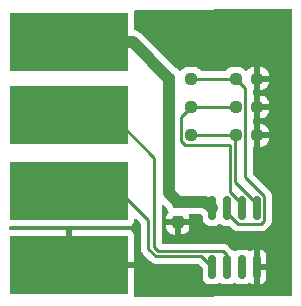
<source format=gbr>
%TF.GenerationSoftware,KiCad,Pcbnew,7.0.9-7.0.9~ubuntu23.04.1*%
%TF.CreationDate,2023-12-02T21:47:43+01:00*%
%TF.ProjectId,cell-temperature-sensor,63656c6c-2d74-4656-9d70-657261747572,rev?*%
%TF.SameCoordinates,Original*%
%TF.FileFunction,Copper,L1,Top*%
%TF.FilePolarity,Positive*%
%FSLAX46Y46*%
G04 Gerber Fmt 4.6, Leading zero omitted, Abs format (unit mm)*
G04 Created by KiCad (PCBNEW 7.0.9-7.0.9~ubuntu23.04.1) date 2023-12-02 21:47:43*
%MOMM*%
%LPD*%
G01*
G04 APERTURE LIST*
G04 Aperture macros list*
%AMRoundRect*
0 Rectangle with rounded corners*
0 $1 Rounding radius*
0 $2 $3 $4 $5 $6 $7 $8 $9 X,Y pos of 4 corners*
0 Add a 4 corners polygon primitive as box body*
4,1,4,$2,$3,$4,$5,$6,$7,$8,$9,$2,$3,0*
0 Add four circle primitives for the rounded corners*
1,1,$1+$1,$2,$3*
1,1,$1+$1,$4,$5*
1,1,$1+$1,$6,$7*
1,1,$1+$1,$8,$9*
0 Add four rect primitives between the rounded corners*
20,1,$1+$1,$2,$3,$4,$5,0*
20,1,$1+$1,$4,$5,$6,$7,0*
20,1,$1+$1,$6,$7,$8,$9,0*
20,1,$1+$1,$8,$9,$2,$3,0*%
G04 Aperture macros list end*
%TA.AperFunction,SMDPad,CuDef*%
%ADD10R,10.000000X5.000000*%
%TD*%
%TA.AperFunction,SMDPad,CuDef*%
%ADD11RoundRect,0.237500X-0.250000X-0.237500X0.250000X-0.237500X0.250000X0.237500X-0.250000X0.237500X0*%
%TD*%
%TA.AperFunction,SMDPad,CuDef*%
%ADD12RoundRect,0.237500X-0.237500X0.300000X-0.237500X-0.300000X0.237500X-0.300000X0.237500X0.300000X0*%
%TD*%
%TA.AperFunction,SMDPad,CuDef*%
%ADD13RoundRect,0.150000X0.150000X-0.825000X0.150000X0.825000X-0.150000X0.825000X-0.150000X-0.825000X0*%
%TD*%
%TA.AperFunction,Conductor*%
%ADD14C,1.000000*%
%TD*%
%TA.AperFunction,Conductor*%
%ADD15C,0.250000*%
%TD*%
G04 APERTURE END LIST*
D10*
%TO.P,J1,1,Pin_1*%
%TO.N,/3V3*%
X30600000Y-28100000D03*
%TD*%
D11*
%TO.P,R5,1*%
%TO.N,/3V3*%
X39087500Y-36000000D03*
%TO.P,R5,2*%
%TO.N,Net-(U1-A2)*%
X40912500Y-36000000D03*
%TD*%
D10*
%TO.P,J3,1,Pin_1*%
%TO.N,/SDA*%
X30600000Y-40700000D03*
%TD*%
%TO.P,J4,1,Pin_1*%
%TO.N,GND*%
X30600000Y-47000000D03*
%TD*%
D11*
%TO.P,R1,1*%
%TO.N,/3V3*%
X39087500Y-31200000D03*
%TO.P,R1,2*%
%TO.N,Net-(U1-A0)*%
X40912500Y-31200000D03*
%TD*%
%TO.P,R2,1*%
%TO.N,Net-(U1-A0)*%
X44687500Y-31200000D03*
%TO.P,R2,2*%
%TO.N,GND*%
X46512500Y-31200000D03*
%TD*%
%TO.P,R6,1*%
%TO.N,Net-(U1-A2)*%
X44687500Y-36000000D03*
%TO.P,R6,2*%
%TO.N,GND*%
X46512500Y-36000000D03*
%TD*%
%TO.P,R4,1*%
%TO.N,Net-(U1-A1)*%
X44687500Y-33600000D03*
%TO.P,R4,2*%
%TO.N,GND*%
X46512500Y-33600000D03*
%TD*%
D12*
%TO.P,C1,1*%
%TO.N,/3V3*%
X39800000Y-41637500D03*
%TO.P,C1,2*%
%TO.N,GND*%
X39800000Y-43362500D03*
%TD*%
D10*
%TO.P,J2,1,Pin_1*%
%TO.N,/SCL*%
X30600000Y-34300000D03*
%TD*%
D11*
%TO.P,R3,1*%
%TO.N,/3V3*%
X39087500Y-33600000D03*
%TO.P,R3,2*%
%TO.N,Net-(U1-A1)*%
X40912500Y-33600000D03*
%TD*%
D13*
%TO.P,U1,1,SDA*%
%TO.N,/SDA*%
X42695000Y-47145000D03*
%TO.P,U1,2,SCL*%
%TO.N,/SCL*%
X43965000Y-47145000D03*
%TO.P,U1,3,ALERT*%
%TO.N,unconnected-(U1-ALERT-Pad3)*%
X45235000Y-47145000D03*
%TO.P,U1,4,GND*%
%TO.N,GND*%
X46505000Y-47145000D03*
%TO.P,U1,5,A2*%
%TO.N,Net-(U1-A2)*%
X46505000Y-42195000D03*
%TO.P,U1,6,A1*%
%TO.N,Net-(U1-A1)*%
X45235000Y-42195000D03*
%TO.P,U1,7,A0*%
%TO.N,Net-(U1-A0)*%
X43965000Y-42195000D03*
%TO.P,U1,8,V_{CC}*%
%TO.N,/3V3*%
X42695000Y-42195000D03*
%TD*%
D14*
%TO.N,/3V3*%
X39800000Y-41637500D02*
X42137500Y-41637500D01*
X39087500Y-40925000D02*
X39800000Y-41637500D01*
X39087500Y-31200000D02*
X35987500Y-28100000D01*
X42137500Y-41637500D02*
X42695000Y-42195000D01*
X39087500Y-33600000D02*
X39087500Y-36000000D01*
X39087500Y-31200000D02*
X39087500Y-33600000D01*
X39087500Y-36000000D02*
X39087500Y-40925000D01*
X35987500Y-28100000D02*
X30600000Y-28100000D01*
D15*
%TO.N,/SCL*%
X43965000Y-47145000D02*
X43965000Y-46170001D01*
X43965000Y-46170001D02*
X43594999Y-45800000D01*
X38136396Y-45800000D02*
X37800000Y-45463604D01*
X43594999Y-45800000D02*
X38136396Y-45800000D01*
X37800000Y-37900000D02*
X34200000Y-34300000D01*
X37800000Y-45463604D02*
X37800000Y-37900000D01*
X34200000Y-34300000D02*
X30600000Y-34300000D01*
%TO.N,/SDA*%
X37300000Y-45600000D02*
X37300000Y-43200000D01*
X34800000Y-40700000D02*
X30600000Y-40700000D01*
X37300000Y-43200000D02*
X34800000Y-40700000D01*
X42695000Y-47145000D02*
X41800000Y-46250000D01*
X37950000Y-46250000D02*
X37300000Y-45600000D01*
X41800000Y-46250000D02*
X37950000Y-46250000D01*
%TO.N,Net-(U1-A2)*%
X46505000Y-41814092D02*
X46505000Y-42195000D01*
X44687500Y-36000000D02*
X44650000Y-36037500D01*
X40912500Y-36000000D02*
X44687500Y-36000000D01*
X44650000Y-36037500D02*
X44650000Y-39959092D01*
X44650000Y-39959092D02*
X46505000Y-41814092D01*
%TO.N,Net-(U1-A1)*%
X40422924Y-36800000D02*
X44200000Y-36800000D01*
X40912500Y-33600000D02*
X40100000Y-34412500D01*
X40100000Y-36477076D02*
X40422924Y-36800000D01*
X40912500Y-33600000D02*
X44687500Y-33600000D01*
X45235000Y-41814092D02*
X45235000Y-42195000D01*
X40100000Y-34412500D02*
X40100000Y-36477076D01*
X44200000Y-36800000D02*
X44200000Y-40779092D01*
X44200000Y-40779092D02*
X45235000Y-41814092D01*
%TO.N,Net-(U1-A0)*%
X40912500Y-31200000D02*
X44687500Y-31200000D01*
X43965000Y-42575908D02*
X43965000Y-42195000D01*
X44884092Y-43495000D02*
X43965000Y-42575908D01*
X46855908Y-43495000D02*
X44884092Y-43495000D01*
X44687500Y-31200000D02*
X45500000Y-32012500D01*
X45500000Y-39539092D02*
X47130000Y-41169092D01*
X45500000Y-32012500D02*
X45500000Y-39539092D01*
X47130000Y-43220908D02*
X46855908Y-43495000D01*
X47130000Y-41169092D02*
X47130000Y-43220908D01*
%TD*%
%TA.AperFunction,Conductor*%
%TO.N,GND*%
G36*
X49442171Y-25320165D02*
G01*
X49488363Y-25372587D01*
X49500000Y-25425033D01*
X49500000Y-49477028D01*
X49480315Y-49544067D01*
X49427511Y-49589822D01*
X49377033Y-49601024D01*
X36221573Y-49710653D01*
X36154372Y-49691527D01*
X36108179Y-49639107D01*
X36097251Y-49573400D01*
X36099999Y-49547841D01*
X36100000Y-49547827D01*
X36100000Y-47250000D01*
X30474000Y-47250000D01*
X30406961Y-47230315D01*
X30361206Y-47177511D01*
X30350000Y-47126000D01*
X30350000Y-44000000D01*
X30850000Y-44000000D01*
X30850000Y-46750000D01*
X36100000Y-46750000D01*
X36100000Y-44452172D01*
X36099999Y-44452155D01*
X36093598Y-44392627D01*
X36093596Y-44392620D01*
X36043354Y-44257913D01*
X36043350Y-44257906D01*
X35957190Y-44142812D01*
X35957187Y-44142809D01*
X35842093Y-44056649D01*
X35842086Y-44056645D01*
X35707379Y-44006403D01*
X35707372Y-44006401D01*
X35647844Y-44000000D01*
X30850000Y-44000000D01*
X30350000Y-44000000D01*
X25599622Y-44000000D01*
X25532583Y-43980315D01*
X25486828Y-43927511D01*
X25475623Y-43876510D01*
X25475411Y-43825007D01*
X25494819Y-43757890D01*
X25547435Y-43711918D01*
X25599405Y-43700499D01*
X35647872Y-43700499D01*
X35707483Y-43694091D01*
X35842331Y-43643796D01*
X35957546Y-43557546D01*
X36043796Y-43442331D01*
X36094091Y-43307483D01*
X36100500Y-43247873D01*
X36100499Y-43184451D01*
X36120183Y-43117414D01*
X36172986Y-43071658D01*
X36242144Y-43061714D01*
X36305700Y-43090738D01*
X36312180Y-43096771D01*
X36638181Y-43422771D01*
X36671666Y-43484094D01*
X36674500Y-43510452D01*
X36674500Y-45517255D01*
X36672775Y-45532872D01*
X36673061Y-45532899D01*
X36672326Y-45540665D01*
X36674500Y-45609814D01*
X36674500Y-45639343D01*
X36674501Y-45639360D01*
X36675368Y-45646231D01*
X36675826Y-45652050D01*
X36677290Y-45698624D01*
X36677291Y-45698627D01*
X36682880Y-45717867D01*
X36686824Y-45736911D01*
X36687568Y-45742795D01*
X36689336Y-45756791D01*
X36706490Y-45800119D01*
X36708382Y-45805647D01*
X36721381Y-45850388D01*
X36731580Y-45867634D01*
X36740138Y-45885103D01*
X36747514Y-45903732D01*
X36774898Y-45941423D01*
X36778106Y-45946307D01*
X36801827Y-45986416D01*
X36801833Y-45986424D01*
X36815990Y-46000580D01*
X36828627Y-46015375D01*
X36840406Y-46031587D01*
X36874517Y-46059806D01*
X36876309Y-46061288D01*
X36880620Y-46065210D01*
X37032841Y-46217431D01*
X37449197Y-46633788D01*
X37459022Y-46646051D01*
X37459243Y-46645869D01*
X37464214Y-46651878D01*
X37490217Y-46676295D01*
X37514635Y-46699226D01*
X37535529Y-46720120D01*
X37541011Y-46724373D01*
X37545443Y-46728157D01*
X37579418Y-46760062D01*
X37596976Y-46769714D01*
X37613233Y-46780393D01*
X37629064Y-46792673D01*
X37648737Y-46801186D01*
X37671833Y-46811182D01*
X37677077Y-46813750D01*
X37717908Y-46836197D01*
X37730523Y-46839435D01*
X37737305Y-46841177D01*
X37755719Y-46847481D01*
X37774104Y-46855438D01*
X37820157Y-46862732D01*
X37825826Y-46863906D01*
X37870981Y-46875500D01*
X37891016Y-46875500D01*
X37910413Y-46877026D01*
X37930196Y-46880160D01*
X37976584Y-46875775D01*
X37982422Y-46875500D01*
X41489548Y-46875500D01*
X41556587Y-46895185D01*
X41577229Y-46911819D01*
X41858181Y-47192771D01*
X41891666Y-47254094D01*
X41894500Y-47280452D01*
X41894500Y-48035696D01*
X41897401Y-48072567D01*
X41897402Y-48072573D01*
X41943254Y-48230393D01*
X41943255Y-48230396D01*
X42026917Y-48371862D01*
X42026923Y-48371870D01*
X42143129Y-48488076D01*
X42143133Y-48488079D01*
X42143135Y-48488081D01*
X42284602Y-48571744D01*
X42326224Y-48583836D01*
X42442426Y-48617597D01*
X42442429Y-48617597D01*
X42442431Y-48617598D01*
X42454722Y-48618565D01*
X42479304Y-48620500D01*
X42479306Y-48620500D01*
X42910696Y-48620500D01*
X42929131Y-48619049D01*
X42947569Y-48617598D01*
X42947571Y-48617597D01*
X42947573Y-48617597D01*
X42989191Y-48605505D01*
X43105398Y-48571744D01*
X43246865Y-48488081D01*
X43246870Y-48488075D01*
X43253031Y-48483298D01*
X43254933Y-48485750D01*
X43303579Y-48459155D01*
X43373274Y-48464104D01*
X43405695Y-48484940D01*
X43406969Y-48483298D01*
X43413132Y-48488078D01*
X43413135Y-48488081D01*
X43554602Y-48571744D01*
X43596224Y-48583836D01*
X43712426Y-48617597D01*
X43712429Y-48617597D01*
X43712431Y-48617598D01*
X43724722Y-48618565D01*
X43749304Y-48620500D01*
X43749306Y-48620500D01*
X44180696Y-48620500D01*
X44199131Y-48619049D01*
X44217569Y-48617598D01*
X44217571Y-48617597D01*
X44217573Y-48617597D01*
X44259191Y-48605505D01*
X44375398Y-48571744D01*
X44516865Y-48488081D01*
X44516870Y-48488075D01*
X44523031Y-48483298D01*
X44524933Y-48485750D01*
X44573579Y-48459155D01*
X44643274Y-48464104D01*
X44675695Y-48484940D01*
X44676969Y-48483298D01*
X44683132Y-48488078D01*
X44683135Y-48488081D01*
X44824602Y-48571744D01*
X44866224Y-48583836D01*
X44982426Y-48617597D01*
X44982429Y-48617597D01*
X44982431Y-48617598D01*
X44994722Y-48618565D01*
X45019304Y-48620500D01*
X45019306Y-48620500D01*
X45450696Y-48620500D01*
X45469131Y-48619049D01*
X45487569Y-48617598D01*
X45487571Y-48617597D01*
X45487573Y-48617597D01*
X45529191Y-48605505D01*
X45645398Y-48571744D01*
X45786865Y-48488081D01*
X45786870Y-48488076D01*
X45793026Y-48483301D01*
X45794839Y-48485638D01*
X45843949Y-48458798D01*
X45913643Y-48463756D01*
X45945996Y-48484551D01*
X45947278Y-48482900D01*
X45953447Y-48487685D01*
X46094801Y-48571281D01*
X46252514Y-48617100D01*
X46252511Y-48617100D01*
X46254998Y-48617295D01*
X46255000Y-48617295D01*
X46255000Y-47395000D01*
X46755000Y-47395000D01*
X46755000Y-48617295D01*
X46755001Y-48617295D01*
X46757486Y-48617100D01*
X46915198Y-48571281D01*
X47056552Y-48487685D01*
X47056561Y-48487678D01*
X47172678Y-48371561D01*
X47172685Y-48371552D01*
X47256282Y-48230196D01*
X47256283Y-48230193D01*
X47302099Y-48072495D01*
X47302100Y-48072489D01*
X47305000Y-48035644D01*
X47305000Y-47395000D01*
X46755000Y-47395000D01*
X46255000Y-47395000D01*
X46255000Y-45672703D01*
X46755000Y-45672703D01*
X46755000Y-46895000D01*
X47305000Y-46895000D01*
X47305000Y-46254356D01*
X47302100Y-46217510D01*
X47302099Y-46217504D01*
X47256283Y-46059806D01*
X47256282Y-46059803D01*
X47172685Y-45918447D01*
X47172678Y-45918438D01*
X47056561Y-45802321D01*
X47056552Y-45802314D01*
X46915196Y-45718717D01*
X46915193Y-45718716D01*
X46757494Y-45672900D01*
X46757497Y-45672900D01*
X46755000Y-45672703D01*
X46255000Y-45672703D01*
X46252503Y-45672900D01*
X46094806Y-45718716D01*
X46094803Y-45718717D01*
X45953449Y-45802313D01*
X45947283Y-45807097D01*
X45945389Y-45804655D01*
X45896580Y-45831239D01*
X45826894Y-45826179D01*
X45794227Y-45805159D01*
X45793031Y-45806702D01*
X45786862Y-45801917D01*
X45660577Y-45727233D01*
X45645398Y-45718256D01*
X45645397Y-45718255D01*
X45645396Y-45718255D01*
X45645393Y-45718254D01*
X45487573Y-45672402D01*
X45487567Y-45672401D01*
X45450696Y-45669500D01*
X45450694Y-45669500D01*
X45019306Y-45669500D01*
X45019304Y-45669500D01*
X44982432Y-45672401D01*
X44982426Y-45672402D01*
X44824606Y-45718254D01*
X44824603Y-45718255D01*
X44683137Y-45801917D01*
X44676969Y-45806702D01*
X44675072Y-45804256D01*
X44626358Y-45830857D01*
X44556666Y-45825873D01*
X44524297Y-45805070D01*
X44523032Y-45806702D01*
X44516870Y-45801922D01*
X44513821Y-45800119D01*
X44458075Y-45767150D01*
X44431321Y-45742795D01*
X44429933Y-45744100D01*
X44424592Y-45738412D01*
X44388694Y-45708715D01*
X44384371Y-45704781D01*
X44095802Y-45416212D01*
X44085979Y-45403950D01*
X44085758Y-45404134D01*
X44080785Y-45398123D01*
X44030363Y-45350773D01*
X44019918Y-45340328D01*
X44009474Y-45329883D01*
X44003985Y-45325625D01*
X43999560Y-45321847D01*
X43965581Y-45289938D01*
X43965579Y-45289936D01*
X43965576Y-45289935D01*
X43948028Y-45280288D01*
X43931762Y-45269604D01*
X43915932Y-45257325D01*
X43873167Y-45238818D01*
X43867921Y-45236248D01*
X43827092Y-45213803D01*
X43827091Y-45213802D01*
X43807692Y-45208822D01*
X43789280Y-45202518D01*
X43770897Y-45194562D01*
X43770891Y-45194560D01*
X43724873Y-45187272D01*
X43719151Y-45186087D01*
X43674020Y-45174500D01*
X43674018Y-45174500D01*
X43653983Y-45174500D01*
X43634585Y-45172973D01*
X43627161Y-45171797D01*
X43614804Y-45169840D01*
X43614803Y-45169840D01*
X43568415Y-45174225D01*
X43562577Y-45174500D01*
X38549500Y-45174500D01*
X38482461Y-45154815D01*
X38436706Y-45102011D01*
X38425500Y-45050500D01*
X38425500Y-43612500D01*
X38825001Y-43612500D01*
X38825001Y-43711654D01*
X38835319Y-43812652D01*
X38889546Y-43976300D01*
X38889551Y-43976311D01*
X38980052Y-44123034D01*
X38980055Y-44123038D01*
X39101961Y-44244944D01*
X39101965Y-44244947D01*
X39248688Y-44335448D01*
X39248699Y-44335453D01*
X39412347Y-44389680D01*
X39513352Y-44399999D01*
X39550000Y-44399999D01*
X39550000Y-43612500D01*
X40050000Y-43612500D01*
X40050000Y-44399999D01*
X40086640Y-44399999D01*
X40086654Y-44399998D01*
X40187652Y-44389680D01*
X40351300Y-44335453D01*
X40351311Y-44335448D01*
X40498034Y-44244947D01*
X40498038Y-44244944D01*
X40619944Y-44123038D01*
X40619947Y-44123034D01*
X40710448Y-43976311D01*
X40710453Y-43976300D01*
X40764680Y-43812652D01*
X40774999Y-43711654D01*
X40775000Y-43711641D01*
X40775000Y-43612500D01*
X40050000Y-43612500D01*
X39550000Y-43612500D01*
X38825001Y-43612500D01*
X38425500Y-43612500D01*
X38425500Y-41977282D01*
X38445185Y-41910243D01*
X38497989Y-41864488D01*
X38567147Y-41854544D01*
X38630703Y-41883569D01*
X38637181Y-41889601D01*
X38813793Y-42066213D01*
X38843818Y-42114889D01*
X38868677Y-42189909D01*
X38889092Y-42251515D01*
X38889093Y-42251518D01*
X38979661Y-42398351D01*
X38993982Y-42412672D01*
X39027467Y-42473995D01*
X39022483Y-42543687D01*
X38993985Y-42588032D01*
X38980052Y-42601965D01*
X38889551Y-42748688D01*
X38889546Y-42748699D01*
X38835319Y-42912347D01*
X38825000Y-43013345D01*
X38825000Y-43112500D01*
X40774999Y-43112500D01*
X40774999Y-43013360D01*
X40774998Y-43013345D01*
X40764680Y-42912347D01*
X40727785Y-42801004D01*
X40725383Y-42731176D01*
X40761115Y-42671134D01*
X40823635Y-42639941D01*
X40845491Y-42638000D01*
X41671718Y-42638000D01*
X41738757Y-42657685D01*
X41759399Y-42674319D01*
X41858181Y-42773101D01*
X41891666Y-42834424D01*
X41894500Y-42860782D01*
X41894500Y-43085696D01*
X41897401Y-43122567D01*
X41897402Y-43122573D01*
X41943254Y-43280393D01*
X41943255Y-43280396D01*
X42026917Y-43421862D01*
X42026923Y-43421870D01*
X42143129Y-43538076D01*
X42143133Y-43538079D01*
X42143135Y-43538081D01*
X42284602Y-43621744D01*
X42297389Y-43625459D01*
X42442426Y-43667597D01*
X42442429Y-43667597D01*
X42442431Y-43667598D01*
X42454722Y-43668565D01*
X42479304Y-43670500D01*
X42479306Y-43670500D01*
X42910696Y-43670500D01*
X42929131Y-43669049D01*
X42947569Y-43667598D01*
X42947571Y-43667597D01*
X42947573Y-43667597D01*
X42989191Y-43655505D01*
X43105398Y-43621744D01*
X43246865Y-43538081D01*
X43246870Y-43538075D01*
X43253031Y-43533298D01*
X43254933Y-43535750D01*
X43303579Y-43509155D01*
X43373274Y-43514104D01*
X43405695Y-43534940D01*
X43406969Y-43533298D01*
X43413132Y-43538078D01*
X43413135Y-43538081D01*
X43554602Y-43621744D01*
X43567389Y-43625459D01*
X43712426Y-43667597D01*
X43712429Y-43667597D01*
X43712431Y-43667598D01*
X43724722Y-43668565D01*
X43749304Y-43670500D01*
X43749306Y-43670500D01*
X44123639Y-43670500D01*
X44190678Y-43690185D01*
X44211320Y-43706819D01*
X44383289Y-43878788D01*
X44393114Y-43891051D01*
X44393335Y-43890869D01*
X44398306Y-43896878D01*
X44419135Y-43916437D01*
X44448727Y-43944226D01*
X44469621Y-43965120D01*
X44475103Y-43969373D01*
X44479535Y-43973157D01*
X44513510Y-44005062D01*
X44531068Y-44014714D01*
X44547327Y-44025395D01*
X44563156Y-44037673D01*
X44605930Y-44056182D01*
X44611148Y-44058738D01*
X44652000Y-44081197D01*
X44671408Y-44086180D01*
X44689809Y-44092480D01*
X44708196Y-44100437D01*
X44751580Y-44107308D01*
X44754211Y-44107725D01*
X44759931Y-44108909D01*
X44805073Y-44120500D01*
X44825108Y-44120500D01*
X44844506Y-44122026D01*
X44864286Y-44125159D01*
X44864287Y-44125160D01*
X44864287Y-44125159D01*
X44864288Y-44125160D01*
X44910676Y-44120775D01*
X44916514Y-44120500D01*
X46773165Y-44120500D01*
X46788785Y-44122224D01*
X46788812Y-44121939D01*
X46796568Y-44122671D01*
X46796575Y-44122673D01*
X46865722Y-44120500D01*
X46895258Y-44120500D01*
X46902136Y-44119630D01*
X46907949Y-44119172D01*
X46954535Y-44117709D01*
X46973777Y-44112117D01*
X46992820Y-44108174D01*
X47012700Y-44105664D01*
X47056030Y-44088507D01*
X47061554Y-44086617D01*
X47065304Y-44085527D01*
X47106298Y-44073618D01*
X47123537Y-44063422D01*
X47141011Y-44054862D01*
X47159635Y-44047488D01*
X47159635Y-44047487D01*
X47159640Y-44047486D01*
X47197357Y-44020082D01*
X47202213Y-44016892D01*
X47242328Y-43993170D01*
X47256497Y-43978999D01*
X47271287Y-43966368D01*
X47287495Y-43954594D01*
X47317207Y-43918676D01*
X47321120Y-43914376D01*
X47513786Y-43721710D01*
X47526048Y-43711888D01*
X47525865Y-43711667D01*
X47531867Y-43706700D01*
X47531877Y-43706694D01*
X47579241Y-43656256D01*
X47600120Y-43635378D01*
X47604373Y-43629894D01*
X47608150Y-43625471D01*
X47640062Y-43591490D01*
X47649714Y-43573931D01*
X47660389Y-43557680D01*
X47672674Y-43541844D01*
X47691186Y-43499060D01*
X47693742Y-43493843D01*
X47716197Y-43453000D01*
X47721180Y-43433588D01*
X47727477Y-43415199D01*
X47735438Y-43396803D01*
X47742729Y-43350761D01*
X47743908Y-43345070D01*
X47755500Y-43299927D01*
X47755500Y-43279891D01*
X47757027Y-43260490D01*
X47760160Y-43240712D01*
X47755775Y-43194323D01*
X47755500Y-43188485D01*
X47755500Y-41251830D01*
X47757224Y-41236216D01*
X47756938Y-41236189D01*
X47757672Y-41228426D01*
X47755500Y-41159295D01*
X47755500Y-41129743D01*
X47755500Y-41129742D01*
X47754629Y-41122851D01*
X47754172Y-41117037D01*
X47752709Y-41070464D01*
X47747122Y-41051236D01*
X47743174Y-41032176D01*
X47740663Y-41012296D01*
X47723512Y-40968979D01*
X47721619Y-40963450D01*
X47708618Y-40918701D01*
X47708616Y-40918698D01*
X47698423Y-40901463D01*
X47689861Y-40883986D01*
X47682487Y-40865362D01*
X47682486Y-40865360D01*
X47655079Y-40827637D01*
X47651888Y-40822778D01*
X47628172Y-40782675D01*
X47628165Y-40782666D01*
X47614006Y-40768507D01*
X47601368Y-40753711D01*
X47600705Y-40752798D01*
X47589594Y-40737505D01*
X47571337Y-40722402D01*
X47553688Y-40707801D01*
X47549376Y-40703878D01*
X46161819Y-39316320D01*
X46128334Y-39254997D01*
X46125500Y-39228639D01*
X46125500Y-37098999D01*
X46145185Y-37031960D01*
X46197989Y-36986205D01*
X46249498Y-36974999D01*
X46262499Y-36974998D01*
X46262500Y-36974998D01*
X46262500Y-36250000D01*
X46762500Y-36250000D01*
X46762500Y-36974999D01*
X46811640Y-36974999D01*
X46811654Y-36974998D01*
X46912652Y-36964680D01*
X47076300Y-36910453D01*
X47076311Y-36910448D01*
X47223034Y-36819947D01*
X47223038Y-36819944D01*
X47344944Y-36698038D01*
X47344947Y-36698034D01*
X47435448Y-36551311D01*
X47435453Y-36551300D01*
X47489680Y-36387652D01*
X47499999Y-36286654D01*
X47500000Y-36286641D01*
X47500000Y-36250000D01*
X46762500Y-36250000D01*
X46262500Y-36250000D01*
X46262500Y-35025000D01*
X46762500Y-35025000D01*
X46762500Y-35750000D01*
X47499999Y-35750000D01*
X47499999Y-35713360D01*
X47499998Y-35713345D01*
X47489680Y-35612347D01*
X47435453Y-35448699D01*
X47435448Y-35448688D01*
X47344947Y-35301965D01*
X47344944Y-35301961D01*
X47223038Y-35180055D01*
X47223034Y-35180052D01*
X47076311Y-35089551D01*
X47076300Y-35089546D01*
X46912652Y-35035319D01*
X46811654Y-35025000D01*
X46762500Y-35025000D01*
X46262500Y-35025000D01*
X46262499Y-35024999D01*
X46249502Y-35025000D01*
X46182462Y-35005316D01*
X46136706Y-34952513D01*
X46125500Y-34901000D01*
X46125500Y-34698999D01*
X46145185Y-34631960D01*
X46197989Y-34586205D01*
X46249498Y-34574999D01*
X46262499Y-34574998D01*
X46262500Y-34574998D01*
X46262500Y-33850000D01*
X46762500Y-33850000D01*
X46762500Y-34574999D01*
X46811640Y-34574999D01*
X46811654Y-34574998D01*
X46912652Y-34564680D01*
X47076300Y-34510453D01*
X47076311Y-34510448D01*
X47223034Y-34419947D01*
X47223038Y-34419944D01*
X47344944Y-34298038D01*
X47344947Y-34298034D01*
X47435448Y-34151311D01*
X47435453Y-34151300D01*
X47489680Y-33987652D01*
X47499999Y-33886654D01*
X47500000Y-33886641D01*
X47500000Y-33850000D01*
X46762500Y-33850000D01*
X46262500Y-33850000D01*
X46262500Y-32625000D01*
X46762500Y-32625000D01*
X46762500Y-33350000D01*
X47499999Y-33350000D01*
X47499999Y-33313360D01*
X47499998Y-33313345D01*
X47489680Y-33212347D01*
X47435453Y-33048699D01*
X47435448Y-33048688D01*
X47344947Y-32901965D01*
X47344944Y-32901961D01*
X47223038Y-32780055D01*
X47223034Y-32780052D01*
X47076311Y-32689551D01*
X47076300Y-32689546D01*
X46912652Y-32635319D01*
X46811654Y-32625000D01*
X46762500Y-32625000D01*
X46262500Y-32625000D01*
X46262499Y-32624999D01*
X46249502Y-32625000D01*
X46182462Y-32605316D01*
X46136706Y-32552513D01*
X46125500Y-32501000D01*
X46125500Y-32298999D01*
X46145185Y-32231960D01*
X46197989Y-32186205D01*
X46249498Y-32174999D01*
X46262499Y-32174998D01*
X46262500Y-32174998D01*
X46262500Y-31450000D01*
X46762500Y-31450000D01*
X46762500Y-32174999D01*
X46811640Y-32174999D01*
X46811654Y-32174998D01*
X46912652Y-32164680D01*
X47076300Y-32110453D01*
X47076311Y-32110448D01*
X47223034Y-32019947D01*
X47223038Y-32019944D01*
X47344944Y-31898038D01*
X47344947Y-31898034D01*
X47435448Y-31751311D01*
X47435453Y-31751300D01*
X47489680Y-31587652D01*
X47499999Y-31486654D01*
X47500000Y-31486641D01*
X47500000Y-31450000D01*
X46762500Y-31450000D01*
X46262500Y-31450000D01*
X46262500Y-30225000D01*
X46762500Y-30225000D01*
X46762500Y-30950000D01*
X47499999Y-30950000D01*
X47499999Y-30913360D01*
X47499998Y-30913345D01*
X47489680Y-30812347D01*
X47435453Y-30648699D01*
X47435448Y-30648688D01*
X47344947Y-30501965D01*
X47344944Y-30501961D01*
X47223038Y-30380055D01*
X47223034Y-30380052D01*
X47076311Y-30289551D01*
X47076300Y-30289546D01*
X46912652Y-30235319D01*
X46811654Y-30225000D01*
X46762500Y-30225000D01*
X46262500Y-30225000D01*
X46262499Y-30224999D01*
X46213361Y-30225000D01*
X46213343Y-30225001D01*
X46112347Y-30235319D01*
X45948699Y-30289546D01*
X45948688Y-30289551D01*
X45801965Y-30380052D01*
X45688034Y-30493983D01*
X45626711Y-30527467D01*
X45557019Y-30522483D01*
X45512672Y-30493982D01*
X45398351Y-30379661D01*
X45398350Y-30379660D01*
X45307129Y-30323395D01*
X45251518Y-30289093D01*
X45251513Y-30289091D01*
X45250069Y-30288612D01*
X45087753Y-30234826D01*
X45087751Y-30234825D01*
X44986678Y-30224500D01*
X44388330Y-30224500D01*
X44388312Y-30224501D01*
X44287247Y-30234825D01*
X44123484Y-30289092D01*
X44123481Y-30289093D01*
X43976648Y-30379661D01*
X43854660Y-30501649D01*
X43854659Y-30501651D01*
X43846058Y-30515596D01*
X43794110Y-30562321D01*
X43740519Y-30574500D01*
X41859481Y-30574500D01*
X41792442Y-30554815D01*
X41753942Y-30515596D01*
X41745534Y-30501965D01*
X41745340Y-30501650D01*
X41623350Y-30379660D01*
X41532129Y-30323395D01*
X41476518Y-30289093D01*
X41476513Y-30289091D01*
X41475069Y-30288612D01*
X41312753Y-30234826D01*
X41312751Y-30234825D01*
X41211678Y-30224500D01*
X40613330Y-30224500D01*
X40613312Y-30224501D01*
X40512247Y-30234825D01*
X40348484Y-30289092D01*
X40348481Y-30289093D01*
X40201648Y-30379661D01*
X40087681Y-30493629D01*
X40026358Y-30527114D01*
X39956666Y-30522130D01*
X39912319Y-30493629D01*
X39798351Y-30379661D01*
X39798350Y-30379660D01*
X39651516Y-30289092D01*
X39651514Y-30289091D01*
X39651512Y-30289090D01*
X39651513Y-30289090D01*
X39589668Y-30268596D01*
X39540993Y-30238572D01*
X36703952Y-27401532D01*
X36642561Y-27336949D01*
X36642560Y-27336948D01*
X36642559Y-27336947D01*
X36614704Y-27317559D01*
X36592209Y-27301902D01*
X36588446Y-27299064D01*
X36540913Y-27260305D01*
X36540906Y-27260300D01*
X36510459Y-27244397D01*
X36503751Y-27240334D01*
X36475549Y-27220705D01*
X36475546Y-27220703D01*
X36475545Y-27220703D01*
X36475541Y-27220701D01*
X36419180Y-27196514D01*
X36414924Y-27194493D01*
X36360557Y-27166094D01*
X36360550Y-27166091D01*
X36360549Y-27166091D01*
X36354508Y-27164362D01*
X36327530Y-27156642D01*
X36320130Y-27154008D01*
X36288557Y-27140459D01*
X36288558Y-27140459D01*
X36228466Y-27128109D01*
X36223891Y-27126986D01*
X36190388Y-27117400D01*
X36131350Y-27080033D01*
X36101886Y-27016680D01*
X36100499Y-26998184D01*
X36100499Y-25552129D01*
X36100498Y-25552121D01*
X36099996Y-25547451D01*
X36112395Y-25478690D01*
X36160000Y-25427548D01*
X36222252Y-25410188D01*
X49374972Y-25301037D01*
X49442171Y-25320165D01*
G37*
%TD.AperFunction*%
%TD*%
M02*

</source>
